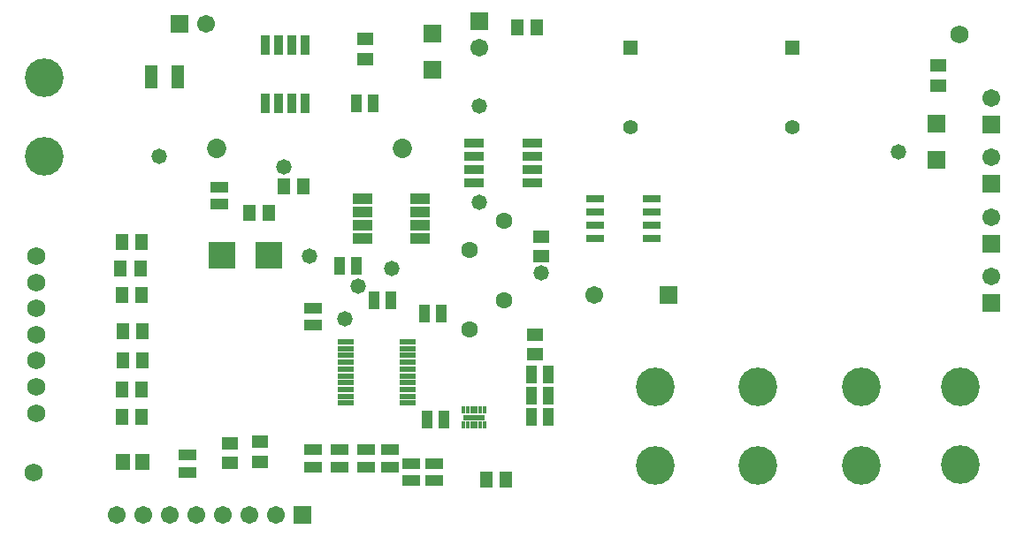
<source format=gts>
G04*
G04 #@! TF.GenerationSoftware,Altium Limited,Altium Designer,18.1.9 (240)*
G04*
G04 Layer_Color=8388736*
%FSLAX25Y25*%
%MOIN*%
G70*
G01*
G75*
%ADD33R,0.07690X0.03950*%
%ADD34R,0.06312X0.02178*%
%ADD35R,0.01181X0.02756*%
%ADD36R,0.07887X0.02375*%
%ADD37R,0.04400X0.06500*%
%ADD38R,0.04800X0.06300*%
%ADD39R,0.06300X0.04800*%
%ADD40R,0.06706X0.06706*%
%ADD41R,0.06500X0.04400*%
%ADD42R,0.05131X0.08674*%
%ADD43R,0.07690X0.03359*%
%ADD44R,0.03359X0.07690*%
%ADD45R,0.09855X0.09855*%
%ADD46R,0.05524X0.06312*%
%ADD47R,0.06509X0.03162*%
%ADD48C,0.06800*%
%ADD49C,0.07296*%
%ADD50C,0.06706*%
%ADD51R,0.06706X0.06706*%
%ADD52C,0.06312*%
%ADD53C,0.05524*%
%ADD54R,0.05524X0.05524*%
%ADD55C,0.14580*%
%ADD56C,0.05800*%
D33*
X259827Y391000D02*
D03*
Y396000D02*
D03*
Y401000D02*
D03*
Y406000D02*
D03*
X238173Y391000D02*
D03*
Y396000D02*
D03*
Y401000D02*
D03*
Y406000D02*
D03*
D34*
X255114Y328909D02*
D03*
Y331469D02*
D03*
Y334028D02*
D03*
Y336587D02*
D03*
Y339146D02*
D03*
Y341705D02*
D03*
Y344264D02*
D03*
Y346823D02*
D03*
Y349382D02*
D03*
Y351941D02*
D03*
X231886Y328909D02*
D03*
Y331469D02*
D03*
Y334028D02*
D03*
Y336587D02*
D03*
Y339146D02*
D03*
Y341705D02*
D03*
Y344264D02*
D03*
Y346823D02*
D03*
Y349382D02*
D03*
Y351941D02*
D03*
D35*
X282425Y320500D02*
D03*
X284000D02*
D03*
X280850D02*
D03*
X279276D02*
D03*
X277701D02*
D03*
X276126D02*
D03*
Y326406D02*
D03*
X277701D02*
D03*
X279276D02*
D03*
X280850D02*
D03*
X284000D02*
D03*
X282425D02*
D03*
D36*
X280083Y323437D02*
D03*
D37*
X308200Y339500D02*
D03*
X301800D02*
D03*
X308200Y331500D02*
D03*
X301800D02*
D03*
X308200Y323500D02*
D03*
X301800D02*
D03*
X268700Y322500D02*
D03*
X262300D02*
D03*
X242300Y367500D02*
D03*
X248700D02*
D03*
X235700Y380500D02*
D03*
X229300D02*
D03*
X235800Y441976D02*
D03*
X242200D02*
D03*
X261300Y362500D02*
D03*
X267700D02*
D03*
D38*
X303700Y470500D02*
D03*
X296300D02*
D03*
X284800Y300000D02*
D03*
X292200D02*
D03*
X154700Y323500D02*
D03*
X147300D02*
D03*
X154700Y334000D02*
D03*
X147300D02*
D03*
X155200Y345000D02*
D03*
X147800D02*
D03*
X155100Y356000D02*
D03*
X147700D02*
D03*
X154700Y369500D02*
D03*
X147300D02*
D03*
X154300Y379500D02*
D03*
X146900D02*
D03*
X208300Y410500D02*
D03*
X215700D02*
D03*
X195261Y400500D02*
D03*
X202661D02*
D03*
X147300Y389500D02*
D03*
X154700D02*
D03*
D39*
X455000Y448800D02*
D03*
Y456200D02*
D03*
X188000Y313700D02*
D03*
Y306300D02*
D03*
X239000Y458800D02*
D03*
Y466200D02*
D03*
X305500Y384300D02*
D03*
Y391700D02*
D03*
X303000Y347300D02*
D03*
Y354700D02*
D03*
X199500Y314200D02*
D03*
Y306800D02*
D03*
D40*
X454500Y420610D02*
D03*
Y434390D02*
D03*
X264500Y468390D02*
D03*
Y454610D02*
D03*
X475000Y434000D02*
D03*
Y411500D02*
D03*
Y389000D02*
D03*
Y366500D02*
D03*
X282000Y473000D02*
D03*
D41*
X265000Y306000D02*
D03*
Y299600D02*
D03*
X256500Y306000D02*
D03*
Y299600D02*
D03*
X248500Y311200D02*
D03*
Y304800D02*
D03*
X239500Y311200D02*
D03*
Y304800D02*
D03*
X229500Y311200D02*
D03*
Y304800D02*
D03*
X219500Y311200D02*
D03*
Y304800D02*
D03*
X184000Y404000D02*
D03*
Y410400D02*
D03*
X172000Y302800D02*
D03*
Y309200D02*
D03*
X219500Y364700D02*
D03*
Y358300D02*
D03*
D42*
X168500Y452000D02*
D03*
X158500D02*
D03*
D43*
X279976Y427000D02*
D03*
Y422000D02*
D03*
Y417000D02*
D03*
Y412000D02*
D03*
X302024Y427000D02*
D03*
Y422000D02*
D03*
Y417000D02*
D03*
Y412000D02*
D03*
D44*
X201500Y441976D02*
D03*
X206500D02*
D03*
X211500D02*
D03*
X216500D02*
D03*
X201500Y464024D02*
D03*
X206500D02*
D03*
X211500D02*
D03*
X216500D02*
D03*
D45*
X202858Y384500D02*
D03*
X185142D02*
D03*
D46*
X147857Y306500D02*
D03*
X154943D02*
D03*
D47*
X347228Y391000D02*
D03*
Y396000D02*
D03*
Y401000D02*
D03*
Y406000D02*
D03*
X325772Y391000D02*
D03*
Y396000D02*
D03*
Y401000D02*
D03*
Y406000D02*
D03*
D48*
X114000Y302800D02*
D03*
X463000Y468000D02*
D03*
X115000Y364500D02*
D03*
Y374335D02*
D03*
Y325138D02*
D03*
Y334972D02*
D03*
Y354658D02*
D03*
Y344823D02*
D03*
Y384185D02*
D03*
D49*
X253000Y425000D02*
D03*
X183000D02*
D03*
D50*
X179000Y472000D02*
D03*
X475000Y444000D02*
D03*
Y421500D02*
D03*
Y399000D02*
D03*
Y376500D02*
D03*
X282000Y463000D02*
D03*
X325524Y369500D02*
D03*
X205500Y286500D02*
D03*
X195500D02*
D03*
X185500D02*
D03*
X175500D02*
D03*
X165500D02*
D03*
X155500D02*
D03*
X145500D02*
D03*
D51*
X169000Y472000D02*
D03*
X353476Y369500D02*
D03*
X215500Y286500D02*
D03*
D52*
X291500Y367500D02*
D03*
Y397500D02*
D03*
X278500Y386500D02*
D03*
Y356500D02*
D03*
D53*
X400000Y433000D02*
D03*
X339000D02*
D03*
D54*
X400000Y463000D02*
D03*
X339000D02*
D03*
D55*
X118000Y451500D02*
D03*
Y421972D02*
D03*
X463500Y305500D02*
D03*
Y335028D02*
D03*
X387000Y305445D02*
D03*
Y334972D02*
D03*
X426000Y305445D02*
D03*
Y334972D02*
D03*
X348500Y305472D02*
D03*
Y335000D02*
D03*
D56*
X440000Y423500D02*
D03*
X236500Y373000D02*
D03*
X249000Y379500D02*
D03*
X231500Y360614D02*
D03*
X282000Y404500D02*
D03*
Y441000D02*
D03*
X305500Y378000D02*
D03*
X218000Y384300D02*
D03*
X208476Y418000D02*
D03*
X161472Y421972D02*
D03*
M02*

</source>
